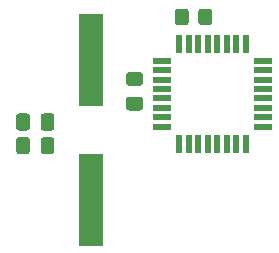
<source format=gbr>
G04 #@! TF.GenerationSoftware,KiCad,Pcbnew,(5.1.8-0-10_14)*
G04 #@! TF.CreationDate,2021-10-06T14:58:47+02:00*
G04 #@! TF.ProjectId,ATmega328P-Barebone,41546d65-6761-4333-9238-502d42617265,rev?*
G04 #@! TF.SameCoordinates,Original*
G04 #@! TF.FileFunction,Paste,Top*
G04 #@! TF.FilePolarity,Positive*
%FSLAX46Y46*%
G04 Gerber Fmt 4.6, Leading zero omitted, Abs format (unit mm)*
G04 Created by KiCad (PCBNEW (5.1.8-0-10_14)) date 2021-10-06 14:58:47*
%MOMM*%
%LPD*%
G01*
G04 APERTURE LIST*
%ADD10R,2.000000X7.875000*%
%ADD11R,0.550000X1.600000*%
%ADD12R,1.600000X0.550000*%
G04 APERTURE END LIST*
D10*
X146600000Y-81537500D03*
X146600000Y-69662500D03*
D11*
X154100000Y-68250000D03*
X154900000Y-68250000D03*
X155700000Y-68250000D03*
X156500000Y-68250000D03*
X157300000Y-68250000D03*
X158100000Y-68250000D03*
X158900000Y-68250000D03*
X159700000Y-68250000D03*
D12*
X161150000Y-69700000D03*
X161150000Y-70500000D03*
X161150000Y-71300000D03*
X161150000Y-72100000D03*
X161150000Y-72900000D03*
X161150000Y-73700000D03*
X161150000Y-74500000D03*
X161150000Y-75300000D03*
D11*
X159700000Y-76750000D03*
X158900000Y-76750000D03*
X158100000Y-76750000D03*
X157300000Y-76750000D03*
X156500000Y-76750000D03*
X155700000Y-76750000D03*
X154900000Y-76750000D03*
X154100000Y-76750000D03*
D12*
X152650000Y-75300000D03*
X152650000Y-74500000D03*
X152650000Y-73700000D03*
X152650000Y-72900000D03*
X152650000Y-72100000D03*
X152650000Y-71300000D03*
X152650000Y-70500000D03*
X152650000Y-69700000D03*
G36*
G01*
X155700000Y-66450001D02*
X155700000Y-65549999D01*
G75*
G02*
X155949999Y-65300000I249999J0D01*
G01*
X156650001Y-65300000D01*
G75*
G02*
X156900000Y-65549999I0J-249999D01*
G01*
X156900000Y-66450001D01*
G75*
G02*
X156650001Y-66700000I-249999J0D01*
G01*
X155949999Y-66700000D01*
G75*
G02*
X155700000Y-66450001I0J249999D01*
G01*
G37*
G36*
G01*
X153700000Y-66450001D02*
X153700000Y-65549999D01*
G75*
G02*
X153949999Y-65300000I249999J0D01*
G01*
X154650001Y-65300000D01*
G75*
G02*
X154900000Y-65549999I0J-249999D01*
G01*
X154900000Y-66450001D01*
G75*
G02*
X154650001Y-66700000I-249999J0D01*
G01*
X153949999Y-66700000D01*
G75*
G02*
X153700000Y-66450001I0J249999D01*
G01*
G37*
G36*
G01*
X142350000Y-77375000D02*
X142350000Y-76425000D01*
G75*
G02*
X142600000Y-76175000I250000J0D01*
G01*
X143275000Y-76175000D01*
G75*
G02*
X143525000Y-76425000I0J-250000D01*
G01*
X143525000Y-77375000D01*
G75*
G02*
X143275000Y-77625000I-250000J0D01*
G01*
X142600000Y-77625000D01*
G75*
G02*
X142350000Y-77375000I0J250000D01*
G01*
G37*
G36*
G01*
X140275000Y-77375000D02*
X140275000Y-76425000D01*
G75*
G02*
X140525000Y-76175000I250000J0D01*
G01*
X141200000Y-76175000D01*
G75*
G02*
X141450000Y-76425000I0J-250000D01*
G01*
X141450000Y-77375000D01*
G75*
G02*
X141200000Y-77625000I-250000J0D01*
G01*
X140525000Y-77625000D01*
G75*
G02*
X140275000Y-77375000I0J250000D01*
G01*
G37*
G36*
G01*
X142350000Y-75375000D02*
X142350000Y-74425000D01*
G75*
G02*
X142600000Y-74175000I250000J0D01*
G01*
X143275000Y-74175000D01*
G75*
G02*
X143525000Y-74425000I0J-250000D01*
G01*
X143525000Y-75375000D01*
G75*
G02*
X143275000Y-75625000I-250000J0D01*
G01*
X142600000Y-75625000D01*
G75*
G02*
X142350000Y-75375000I0J250000D01*
G01*
G37*
G36*
G01*
X140275000Y-75375000D02*
X140275000Y-74425000D01*
G75*
G02*
X140525000Y-74175000I250000J0D01*
G01*
X141200000Y-74175000D01*
G75*
G02*
X141450000Y-74425000I0J-250000D01*
G01*
X141450000Y-75375000D01*
G75*
G02*
X141200000Y-75625000I-250000J0D01*
G01*
X140525000Y-75625000D01*
G75*
G02*
X140275000Y-75375000I0J250000D01*
G01*
G37*
G36*
G01*
X149825000Y-72750000D02*
X150775000Y-72750000D01*
G75*
G02*
X151025000Y-73000000I0J-250000D01*
G01*
X151025000Y-73675000D01*
G75*
G02*
X150775000Y-73925000I-250000J0D01*
G01*
X149825000Y-73925000D01*
G75*
G02*
X149575000Y-73675000I0J250000D01*
G01*
X149575000Y-73000000D01*
G75*
G02*
X149825000Y-72750000I250000J0D01*
G01*
G37*
G36*
G01*
X149825000Y-70675000D02*
X150775000Y-70675000D01*
G75*
G02*
X151025000Y-70925000I0J-250000D01*
G01*
X151025000Y-71600000D01*
G75*
G02*
X150775000Y-71850000I-250000J0D01*
G01*
X149825000Y-71850000D01*
G75*
G02*
X149575000Y-71600000I0J250000D01*
G01*
X149575000Y-70925000D01*
G75*
G02*
X149825000Y-70675000I250000J0D01*
G01*
G37*
M02*

</source>
